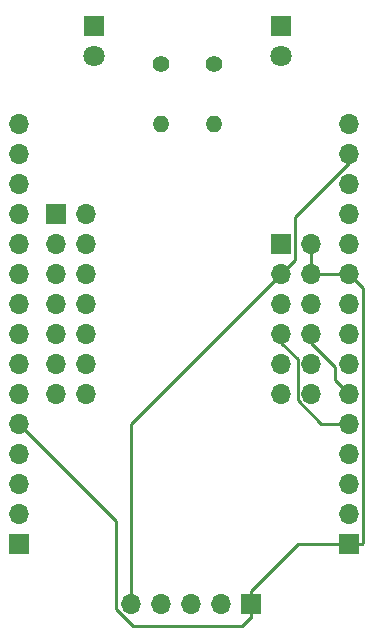
<source format=gtl>
G04 #@! TF.GenerationSoftware,KiCad,Pcbnew,(5.1.5-0-10_14)*
G04 #@! TF.CreationDate,2020-01-10T14:29:01+09:00*
G04 #@! TF.ProjectId,Zigbee2MQTT,5a696762-6565-4324-9d51-54542e6b6963,rev?*
G04 #@! TF.SameCoordinates,Original*
G04 #@! TF.FileFunction,Copper,L1,Top*
G04 #@! TF.FilePolarity,Positive*
%FSLAX46Y46*%
G04 Gerber Fmt 4.6, Leading zero omitted, Abs format (unit mm)*
G04 Created by KiCad (PCBNEW (5.1.5-0-10_14)) date 2020-01-10 14:29:01*
%MOMM*%
%LPD*%
G04 APERTURE LIST*
%ADD10O,1.400000X1.400000*%
%ADD11C,1.400000*%
%ADD12C,1.800000*%
%ADD13R,1.800000X1.800000*%
%ADD14O,1.700000X1.700000*%
%ADD15R,1.700000X1.700000*%
%ADD16C,0.250000*%
G04 APERTURE END LIST*
D10*
X142875000Y-73660000D03*
D11*
X142875000Y-68580000D03*
D10*
X138430000Y-73660000D03*
D11*
X138430000Y-68580000D03*
D12*
X148590000Y-67945000D03*
D13*
X148590000Y-65405000D03*
D12*
X132715000Y-67945000D03*
D13*
X132715000Y-65405000D03*
D14*
X151130000Y-96520000D03*
X148590000Y-96520000D03*
X151130000Y-93980000D03*
X148590000Y-93980000D03*
X151130000Y-91440000D03*
X148590000Y-91440000D03*
X151130000Y-88900000D03*
X148590000Y-88900000D03*
X151130000Y-86360000D03*
X148590000Y-86360000D03*
X151130000Y-83820000D03*
D15*
X148590000Y-83820000D03*
D14*
X154305000Y-73660000D03*
X154305000Y-76200000D03*
X154305000Y-78740000D03*
X154305000Y-81280000D03*
X154305000Y-83820000D03*
X154305000Y-86360000D03*
X154305000Y-88900000D03*
X154305000Y-91440000D03*
X154305000Y-93980000D03*
X154305000Y-96520000D03*
X154305000Y-99060000D03*
X154305000Y-101600000D03*
X154305000Y-104140000D03*
X154305000Y-106680000D03*
D15*
X154305000Y-109220000D03*
D14*
X135890000Y-114300000D03*
X138430000Y-114300000D03*
X140970000Y-114300000D03*
X143510000Y-114300000D03*
D15*
X146050000Y-114300000D03*
D14*
X132080000Y-96520000D03*
X129540000Y-96520000D03*
X132080000Y-93980000D03*
X129540000Y-93980000D03*
X132080000Y-91440000D03*
X129540000Y-91440000D03*
X132080000Y-88900000D03*
X129540000Y-88900000D03*
X132080000Y-86360000D03*
X129540000Y-86360000D03*
X132080000Y-83820000D03*
X129540000Y-83820000D03*
X132080000Y-81280000D03*
D15*
X129540000Y-81280000D03*
D14*
X126365000Y-73660000D03*
X126365000Y-76200000D03*
X126365000Y-78740000D03*
X126365000Y-81280000D03*
X126365000Y-83820000D03*
X126365000Y-86360000D03*
X126365000Y-88900000D03*
X126365000Y-91440000D03*
X126365000Y-93980000D03*
X126365000Y-96520000D03*
X126365000Y-99060000D03*
X126365000Y-101600000D03*
X126365000Y-104140000D03*
X126365000Y-106680000D03*
D15*
X126365000Y-109220000D03*
D16*
X153455001Y-95670001D02*
X154305000Y-96520000D01*
X153129999Y-94240997D02*
X153129999Y-95344999D01*
X153129999Y-95344999D02*
X153455001Y-95670001D01*
X151130000Y-92240998D02*
X153129999Y-94240997D01*
X151130000Y-91440000D02*
X151130000Y-92240998D01*
X153102919Y-99060000D02*
X154305000Y-99060000D01*
X151930998Y-99060000D02*
X153102919Y-99060000D01*
X149954999Y-97084001D02*
X151930998Y-99060000D01*
X149954999Y-93605997D02*
X149954999Y-97084001D01*
X148590000Y-92240998D02*
X149954999Y-93605997D01*
X148590000Y-91440000D02*
X148590000Y-92240998D01*
X149765001Y-85184999D02*
X149439999Y-85510001D01*
X149439999Y-85510001D02*
X148590000Y-86360000D01*
X149765001Y-81540997D02*
X149765001Y-85184999D01*
X154305000Y-77000998D02*
X149765001Y-81540997D01*
X154305000Y-76200000D02*
X154305000Y-77000998D01*
X135890000Y-99060000D02*
X135890000Y-114300000D01*
X148590000Y-86360000D02*
X135890000Y-99060000D01*
X154940000Y-109050000D02*
X154770000Y-109220000D01*
X154770000Y-109220000D02*
X153670000Y-109220000D01*
X153670000Y-109220000D02*
X154940000Y-109220000D01*
X151130000Y-83820000D02*
X151130000Y-86360000D01*
X151130000Y-86360000D02*
X154305000Y-86360000D01*
X155480001Y-109144999D02*
X155405000Y-109220000D01*
X155480001Y-87535001D02*
X155480001Y-109144999D01*
X155405000Y-109220000D02*
X154305000Y-109220000D01*
X154305000Y-86360000D02*
X155480001Y-87535001D01*
X146050000Y-113200000D02*
X146050000Y-114300000D01*
X150030000Y-109220000D02*
X146050000Y-113200000D01*
X154305000Y-109220000D02*
X150030000Y-109220000D01*
X146050000Y-115400000D02*
X145974999Y-115475001D01*
X126365000Y-99060000D02*
X134620000Y-107315000D01*
X134620000Y-114769002D02*
X136055998Y-116205000D01*
X134620000Y-107315000D02*
X134620000Y-114769002D01*
X146050000Y-115400000D02*
X146050000Y-114300000D01*
X145245000Y-116205000D02*
X146050000Y-115400000D01*
X136055998Y-116205000D02*
X145245000Y-116205000D01*
M02*

</source>
